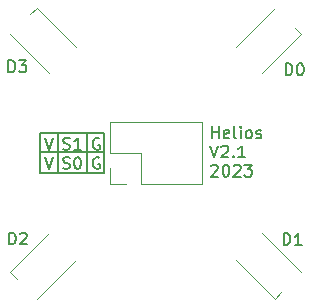
<source format=gbr>
%TF.GenerationSoftware,KiCad,Pcbnew,(7.0.0)*%
%TF.CreationDate,2023-11-14T12:34:17+01:00*%
%TF.ProjectId,Helios_PCB_emitter,48656c69-6f73-45f5-9043-425f656d6974,rev?*%
%TF.SameCoordinates,Original*%
%TF.FileFunction,Legend,Top*%
%TF.FilePolarity,Positive*%
%FSLAX46Y46*%
G04 Gerber Fmt 4.6, Leading zero omitted, Abs format (unit mm)*
G04 Created by KiCad (PCBNEW (7.0.0)) date 2023-11-14 12:34:17*
%MOMM*%
%LPD*%
G01*
G04 APERTURE LIST*
%ADD10C,0.150000*%
%ADD11C,0.120000*%
G04 APERTURE END LIST*
D10*
X155244800Y-98247200D02*
X160629600Y-98247200D01*
X160629600Y-98247200D02*
X160629600Y-101650800D01*
X160629600Y-101650800D02*
X155244800Y-101650800D01*
X155244800Y-101650800D02*
X155244800Y-98247200D01*
X155295600Y-99923600D02*
X160629600Y-99923600D01*
X156718000Y-98247200D02*
X156718000Y-101650800D01*
X159156400Y-98247200D02*
X159156400Y-101650800D01*
X155602286Y-98684180D02*
X155935619Y-99684180D01*
X155935619Y-99684180D02*
X156268952Y-98684180D01*
X157154667Y-99636561D02*
X157297524Y-99684180D01*
X157297524Y-99684180D02*
X157535619Y-99684180D01*
X157535619Y-99684180D02*
X157630857Y-99636561D01*
X157630857Y-99636561D02*
X157678476Y-99588942D01*
X157678476Y-99588942D02*
X157726095Y-99493704D01*
X157726095Y-99493704D02*
X157726095Y-99398466D01*
X157726095Y-99398466D02*
X157678476Y-99303228D01*
X157678476Y-99303228D02*
X157630857Y-99255609D01*
X157630857Y-99255609D02*
X157535619Y-99207990D01*
X157535619Y-99207990D02*
X157345143Y-99160371D01*
X157345143Y-99160371D02*
X157249905Y-99112752D01*
X157249905Y-99112752D02*
X157202286Y-99065133D01*
X157202286Y-99065133D02*
X157154667Y-98969895D01*
X157154667Y-98969895D02*
X157154667Y-98874657D01*
X157154667Y-98874657D02*
X157202286Y-98779419D01*
X157202286Y-98779419D02*
X157249905Y-98731800D01*
X157249905Y-98731800D02*
X157345143Y-98684180D01*
X157345143Y-98684180D02*
X157583238Y-98684180D01*
X157583238Y-98684180D02*
X157726095Y-98731800D01*
X158678476Y-99684180D02*
X158107048Y-99684180D01*
X158392762Y-99684180D02*
X158392762Y-98684180D01*
X158392762Y-98684180D02*
X158297524Y-98827038D01*
X158297524Y-98827038D02*
X158202286Y-98922276D01*
X158202286Y-98922276D02*
X158107048Y-98969895D01*
X160230857Y-98731800D02*
X160135619Y-98684180D01*
X160135619Y-98684180D02*
X159992762Y-98684180D01*
X159992762Y-98684180D02*
X159849905Y-98731800D01*
X159849905Y-98731800D02*
X159754667Y-98827038D01*
X159754667Y-98827038D02*
X159707048Y-98922276D01*
X159707048Y-98922276D02*
X159659429Y-99112752D01*
X159659429Y-99112752D02*
X159659429Y-99255609D01*
X159659429Y-99255609D02*
X159707048Y-99446085D01*
X159707048Y-99446085D02*
X159754667Y-99541323D01*
X159754667Y-99541323D02*
X159849905Y-99636561D01*
X159849905Y-99636561D02*
X159992762Y-99684180D01*
X159992762Y-99684180D02*
X160088000Y-99684180D01*
X160088000Y-99684180D02*
X160230857Y-99636561D01*
X160230857Y-99636561D02*
X160278476Y-99588942D01*
X160278476Y-99588942D02*
X160278476Y-99255609D01*
X160278476Y-99255609D02*
X160088000Y-99255609D01*
X155602286Y-100304180D02*
X155935619Y-101304180D01*
X155935619Y-101304180D02*
X156268952Y-100304180D01*
X157154667Y-101256561D02*
X157297524Y-101304180D01*
X157297524Y-101304180D02*
X157535619Y-101304180D01*
X157535619Y-101304180D02*
X157630857Y-101256561D01*
X157630857Y-101256561D02*
X157678476Y-101208942D01*
X157678476Y-101208942D02*
X157726095Y-101113704D01*
X157726095Y-101113704D02*
X157726095Y-101018466D01*
X157726095Y-101018466D02*
X157678476Y-100923228D01*
X157678476Y-100923228D02*
X157630857Y-100875609D01*
X157630857Y-100875609D02*
X157535619Y-100827990D01*
X157535619Y-100827990D02*
X157345143Y-100780371D01*
X157345143Y-100780371D02*
X157249905Y-100732752D01*
X157249905Y-100732752D02*
X157202286Y-100685133D01*
X157202286Y-100685133D02*
X157154667Y-100589895D01*
X157154667Y-100589895D02*
X157154667Y-100494657D01*
X157154667Y-100494657D02*
X157202286Y-100399419D01*
X157202286Y-100399419D02*
X157249905Y-100351800D01*
X157249905Y-100351800D02*
X157345143Y-100304180D01*
X157345143Y-100304180D02*
X157583238Y-100304180D01*
X157583238Y-100304180D02*
X157726095Y-100351800D01*
X158345143Y-100304180D02*
X158440381Y-100304180D01*
X158440381Y-100304180D02*
X158535619Y-100351800D01*
X158535619Y-100351800D02*
X158583238Y-100399419D01*
X158583238Y-100399419D02*
X158630857Y-100494657D01*
X158630857Y-100494657D02*
X158678476Y-100685133D01*
X158678476Y-100685133D02*
X158678476Y-100923228D01*
X158678476Y-100923228D02*
X158630857Y-101113704D01*
X158630857Y-101113704D02*
X158583238Y-101208942D01*
X158583238Y-101208942D02*
X158535619Y-101256561D01*
X158535619Y-101256561D02*
X158440381Y-101304180D01*
X158440381Y-101304180D02*
X158345143Y-101304180D01*
X158345143Y-101304180D02*
X158249905Y-101256561D01*
X158249905Y-101256561D02*
X158202286Y-101208942D01*
X158202286Y-101208942D02*
X158154667Y-101113704D01*
X158154667Y-101113704D02*
X158107048Y-100923228D01*
X158107048Y-100923228D02*
X158107048Y-100685133D01*
X158107048Y-100685133D02*
X158154667Y-100494657D01*
X158154667Y-100494657D02*
X158202286Y-100399419D01*
X158202286Y-100399419D02*
X158249905Y-100351800D01*
X158249905Y-100351800D02*
X158345143Y-100304180D01*
X160230857Y-100351800D02*
X160135619Y-100304180D01*
X160135619Y-100304180D02*
X159992762Y-100304180D01*
X159992762Y-100304180D02*
X159849905Y-100351800D01*
X159849905Y-100351800D02*
X159754667Y-100447038D01*
X159754667Y-100447038D02*
X159707048Y-100542276D01*
X159707048Y-100542276D02*
X159659429Y-100732752D01*
X159659429Y-100732752D02*
X159659429Y-100875609D01*
X159659429Y-100875609D02*
X159707048Y-101066085D01*
X159707048Y-101066085D02*
X159754667Y-101161323D01*
X159754667Y-101161323D02*
X159849905Y-101256561D01*
X159849905Y-101256561D02*
X159992762Y-101304180D01*
X159992762Y-101304180D02*
X160088000Y-101304180D01*
X160088000Y-101304180D02*
X160230857Y-101256561D01*
X160230857Y-101256561D02*
X160278476Y-101208942D01*
X160278476Y-101208942D02*
X160278476Y-100875609D01*
X160278476Y-100875609D02*
X160088000Y-100875609D01*
X169757695Y-98721780D02*
X169757695Y-97721780D01*
X169757695Y-98197971D02*
X170329123Y-98197971D01*
X170329123Y-98721780D02*
X170329123Y-97721780D01*
X171186266Y-98674161D02*
X171091028Y-98721780D01*
X171091028Y-98721780D02*
X170900552Y-98721780D01*
X170900552Y-98721780D02*
X170805314Y-98674161D01*
X170805314Y-98674161D02*
X170757695Y-98578923D01*
X170757695Y-98578923D02*
X170757695Y-98197971D01*
X170757695Y-98197971D02*
X170805314Y-98102733D01*
X170805314Y-98102733D02*
X170900552Y-98055114D01*
X170900552Y-98055114D02*
X171091028Y-98055114D01*
X171091028Y-98055114D02*
X171186266Y-98102733D01*
X171186266Y-98102733D02*
X171233885Y-98197971D01*
X171233885Y-98197971D02*
X171233885Y-98293209D01*
X171233885Y-98293209D02*
X170757695Y-98388447D01*
X171805314Y-98721780D02*
X171710076Y-98674161D01*
X171710076Y-98674161D02*
X171662457Y-98578923D01*
X171662457Y-98578923D02*
X171662457Y-97721780D01*
X172186267Y-98721780D02*
X172186267Y-98055114D01*
X172186267Y-97721780D02*
X172138648Y-97769400D01*
X172138648Y-97769400D02*
X172186267Y-97817019D01*
X172186267Y-97817019D02*
X172233886Y-97769400D01*
X172233886Y-97769400D02*
X172186267Y-97721780D01*
X172186267Y-97721780D02*
X172186267Y-97817019D01*
X172805314Y-98721780D02*
X172710076Y-98674161D01*
X172710076Y-98674161D02*
X172662457Y-98626542D01*
X172662457Y-98626542D02*
X172614838Y-98531304D01*
X172614838Y-98531304D02*
X172614838Y-98245590D01*
X172614838Y-98245590D02*
X172662457Y-98150352D01*
X172662457Y-98150352D02*
X172710076Y-98102733D01*
X172710076Y-98102733D02*
X172805314Y-98055114D01*
X172805314Y-98055114D02*
X172948171Y-98055114D01*
X172948171Y-98055114D02*
X173043409Y-98102733D01*
X173043409Y-98102733D02*
X173091028Y-98150352D01*
X173091028Y-98150352D02*
X173138647Y-98245590D01*
X173138647Y-98245590D02*
X173138647Y-98531304D01*
X173138647Y-98531304D02*
X173091028Y-98626542D01*
X173091028Y-98626542D02*
X173043409Y-98674161D01*
X173043409Y-98674161D02*
X172948171Y-98721780D01*
X172948171Y-98721780D02*
X172805314Y-98721780D01*
X173519600Y-98674161D02*
X173614838Y-98721780D01*
X173614838Y-98721780D02*
X173805314Y-98721780D01*
X173805314Y-98721780D02*
X173900552Y-98674161D01*
X173900552Y-98674161D02*
X173948171Y-98578923D01*
X173948171Y-98578923D02*
X173948171Y-98531304D01*
X173948171Y-98531304D02*
X173900552Y-98436066D01*
X173900552Y-98436066D02*
X173805314Y-98388447D01*
X173805314Y-98388447D02*
X173662457Y-98388447D01*
X173662457Y-98388447D02*
X173567219Y-98340828D01*
X173567219Y-98340828D02*
X173519600Y-98245590D01*
X173519600Y-98245590D02*
X173519600Y-98197971D01*
X173519600Y-98197971D02*
X173567219Y-98102733D01*
X173567219Y-98102733D02*
X173662457Y-98055114D01*
X173662457Y-98055114D02*
X173805314Y-98055114D01*
X173805314Y-98055114D02*
X173900552Y-98102733D01*
X169614838Y-99341780D02*
X169948171Y-100341780D01*
X169948171Y-100341780D02*
X170281504Y-99341780D01*
X170567219Y-99437019D02*
X170614838Y-99389400D01*
X170614838Y-99389400D02*
X170710076Y-99341780D01*
X170710076Y-99341780D02*
X170948171Y-99341780D01*
X170948171Y-99341780D02*
X171043409Y-99389400D01*
X171043409Y-99389400D02*
X171091028Y-99437019D01*
X171091028Y-99437019D02*
X171138647Y-99532257D01*
X171138647Y-99532257D02*
X171138647Y-99627495D01*
X171138647Y-99627495D02*
X171091028Y-99770352D01*
X171091028Y-99770352D02*
X170519600Y-100341780D01*
X170519600Y-100341780D02*
X171138647Y-100341780D01*
X171567219Y-100246542D02*
X171614838Y-100294161D01*
X171614838Y-100294161D02*
X171567219Y-100341780D01*
X171567219Y-100341780D02*
X171519600Y-100294161D01*
X171519600Y-100294161D02*
X171567219Y-100246542D01*
X171567219Y-100246542D02*
X171567219Y-100341780D01*
X172567218Y-100341780D02*
X171995790Y-100341780D01*
X172281504Y-100341780D02*
X172281504Y-99341780D01*
X172281504Y-99341780D02*
X172186266Y-99484638D01*
X172186266Y-99484638D02*
X172091028Y-99579876D01*
X172091028Y-99579876D02*
X171995790Y-99627495D01*
X169710076Y-101057019D02*
X169757695Y-101009400D01*
X169757695Y-101009400D02*
X169852933Y-100961780D01*
X169852933Y-100961780D02*
X170091028Y-100961780D01*
X170091028Y-100961780D02*
X170186266Y-101009400D01*
X170186266Y-101009400D02*
X170233885Y-101057019D01*
X170233885Y-101057019D02*
X170281504Y-101152257D01*
X170281504Y-101152257D02*
X170281504Y-101247495D01*
X170281504Y-101247495D02*
X170233885Y-101390352D01*
X170233885Y-101390352D02*
X169662457Y-101961780D01*
X169662457Y-101961780D02*
X170281504Y-101961780D01*
X170900552Y-100961780D02*
X170995790Y-100961780D01*
X170995790Y-100961780D02*
X171091028Y-101009400D01*
X171091028Y-101009400D02*
X171138647Y-101057019D01*
X171138647Y-101057019D02*
X171186266Y-101152257D01*
X171186266Y-101152257D02*
X171233885Y-101342733D01*
X171233885Y-101342733D02*
X171233885Y-101580828D01*
X171233885Y-101580828D02*
X171186266Y-101771304D01*
X171186266Y-101771304D02*
X171138647Y-101866542D01*
X171138647Y-101866542D02*
X171091028Y-101914161D01*
X171091028Y-101914161D02*
X170995790Y-101961780D01*
X170995790Y-101961780D02*
X170900552Y-101961780D01*
X170900552Y-101961780D02*
X170805314Y-101914161D01*
X170805314Y-101914161D02*
X170757695Y-101866542D01*
X170757695Y-101866542D02*
X170710076Y-101771304D01*
X170710076Y-101771304D02*
X170662457Y-101580828D01*
X170662457Y-101580828D02*
X170662457Y-101342733D01*
X170662457Y-101342733D02*
X170710076Y-101152257D01*
X170710076Y-101152257D02*
X170757695Y-101057019D01*
X170757695Y-101057019D02*
X170805314Y-101009400D01*
X170805314Y-101009400D02*
X170900552Y-100961780D01*
X171614838Y-101057019D02*
X171662457Y-101009400D01*
X171662457Y-101009400D02*
X171757695Y-100961780D01*
X171757695Y-100961780D02*
X171995790Y-100961780D01*
X171995790Y-100961780D02*
X172091028Y-101009400D01*
X172091028Y-101009400D02*
X172138647Y-101057019D01*
X172138647Y-101057019D02*
X172186266Y-101152257D01*
X172186266Y-101152257D02*
X172186266Y-101247495D01*
X172186266Y-101247495D02*
X172138647Y-101390352D01*
X172138647Y-101390352D02*
X171567219Y-101961780D01*
X171567219Y-101961780D02*
X172186266Y-101961780D01*
X172519600Y-100961780D02*
X173138647Y-100961780D01*
X173138647Y-100961780D02*
X172805314Y-101342733D01*
X172805314Y-101342733D02*
X172948171Y-101342733D01*
X172948171Y-101342733D02*
X173043409Y-101390352D01*
X173043409Y-101390352D02*
X173091028Y-101437971D01*
X173091028Y-101437971D02*
X173138647Y-101533209D01*
X173138647Y-101533209D02*
X173138647Y-101771304D01*
X173138647Y-101771304D02*
X173091028Y-101866542D01*
X173091028Y-101866542D02*
X173043409Y-101914161D01*
X173043409Y-101914161D02*
X172948171Y-101961780D01*
X172948171Y-101961780D02*
X172662457Y-101961780D01*
X172662457Y-101961780D02*
X172567219Y-101914161D01*
X172567219Y-101914161D02*
X172519600Y-101866542D01*
%TO.C,D1*%
X175842705Y-107758580D02*
X175842705Y-106758580D01*
X175842705Y-106758580D02*
X176080800Y-106758580D01*
X176080800Y-106758580D02*
X176223657Y-106806200D01*
X176223657Y-106806200D02*
X176318895Y-106901438D01*
X176318895Y-106901438D02*
X176366514Y-106996676D01*
X176366514Y-106996676D02*
X176414133Y-107187152D01*
X176414133Y-107187152D02*
X176414133Y-107330009D01*
X176414133Y-107330009D02*
X176366514Y-107520485D01*
X176366514Y-107520485D02*
X176318895Y-107615723D01*
X176318895Y-107615723D02*
X176223657Y-107710961D01*
X176223657Y-107710961D02*
X176080800Y-107758580D01*
X176080800Y-107758580D02*
X175842705Y-107758580D01*
X177366514Y-107758580D02*
X176795086Y-107758580D01*
X177080800Y-107758580D02*
X177080800Y-106758580D01*
X177080800Y-106758580D02*
X176985562Y-106901438D01*
X176985562Y-106901438D02*
X176890324Y-106996676D01*
X176890324Y-106996676D02*
X176795086Y-107044295D01*
%TO.C,D0*%
X175995105Y-93382180D02*
X175995105Y-92382180D01*
X175995105Y-92382180D02*
X176233200Y-92382180D01*
X176233200Y-92382180D02*
X176376057Y-92429800D01*
X176376057Y-92429800D02*
X176471295Y-92525038D01*
X176471295Y-92525038D02*
X176518914Y-92620276D01*
X176518914Y-92620276D02*
X176566533Y-92810752D01*
X176566533Y-92810752D02*
X176566533Y-92953609D01*
X176566533Y-92953609D02*
X176518914Y-93144085D01*
X176518914Y-93144085D02*
X176471295Y-93239323D01*
X176471295Y-93239323D02*
X176376057Y-93334561D01*
X176376057Y-93334561D02*
X176233200Y-93382180D01*
X176233200Y-93382180D02*
X175995105Y-93382180D01*
X177185581Y-92382180D02*
X177280819Y-92382180D01*
X177280819Y-92382180D02*
X177376057Y-92429800D01*
X177376057Y-92429800D02*
X177423676Y-92477419D01*
X177423676Y-92477419D02*
X177471295Y-92572657D01*
X177471295Y-92572657D02*
X177518914Y-92763133D01*
X177518914Y-92763133D02*
X177518914Y-93001228D01*
X177518914Y-93001228D02*
X177471295Y-93191704D01*
X177471295Y-93191704D02*
X177423676Y-93286942D01*
X177423676Y-93286942D02*
X177376057Y-93334561D01*
X177376057Y-93334561D02*
X177280819Y-93382180D01*
X177280819Y-93382180D02*
X177185581Y-93382180D01*
X177185581Y-93382180D02*
X177090343Y-93334561D01*
X177090343Y-93334561D02*
X177042724Y-93286942D01*
X177042724Y-93286942D02*
X176995105Y-93191704D01*
X176995105Y-93191704D02*
X176947486Y-93001228D01*
X176947486Y-93001228D02*
X176947486Y-92763133D01*
X176947486Y-92763133D02*
X176995105Y-92572657D01*
X176995105Y-92572657D02*
X177042724Y-92477419D01*
X177042724Y-92477419D02*
X177090343Y-92429800D01*
X177090343Y-92429800D02*
X177185581Y-92382180D01*
%TO.C,D3*%
X152525504Y-93128180D02*
X152525504Y-92128180D01*
X152525504Y-92128180D02*
X152763599Y-92128180D01*
X152763599Y-92128180D02*
X152906456Y-92175800D01*
X152906456Y-92175800D02*
X153001694Y-92271038D01*
X153001694Y-92271038D02*
X153049313Y-92366276D01*
X153049313Y-92366276D02*
X153096932Y-92556752D01*
X153096932Y-92556752D02*
X153096932Y-92699609D01*
X153096932Y-92699609D02*
X153049313Y-92890085D01*
X153049313Y-92890085D02*
X153001694Y-92985323D01*
X153001694Y-92985323D02*
X152906456Y-93080561D01*
X152906456Y-93080561D02*
X152763599Y-93128180D01*
X152763599Y-93128180D02*
X152525504Y-93128180D01*
X153430266Y-92128180D02*
X154049313Y-92128180D01*
X154049313Y-92128180D02*
X153715980Y-92509133D01*
X153715980Y-92509133D02*
X153858837Y-92509133D01*
X153858837Y-92509133D02*
X153954075Y-92556752D01*
X153954075Y-92556752D02*
X154001694Y-92604371D01*
X154001694Y-92604371D02*
X154049313Y-92699609D01*
X154049313Y-92699609D02*
X154049313Y-92937704D01*
X154049313Y-92937704D02*
X154001694Y-93032942D01*
X154001694Y-93032942D02*
X153954075Y-93080561D01*
X153954075Y-93080561D02*
X153858837Y-93128180D01*
X153858837Y-93128180D02*
X153573123Y-93128180D01*
X153573123Y-93128180D02*
X153477885Y-93080561D01*
X153477885Y-93080561D02*
X153430266Y-93032942D01*
%TO.C,D2*%
X152576305Y-107707780D02*
X152576305Y-106707780D01*
X152576305Y-106707780D02*
X152814400Y-106707780D01*
X152814400Y-106707780D02*
X152957257Y-106755400D01*
X152957257Y-106755400D02*
X153052495Y-106850638D01*
X153052495Y-106850638D02*
X153100114Y-106945876D01*
X153100114Y-106945876D02*
X153147733Y-107136352D01*
X153147733Y-107136352D02*
X153147733Y-107279209D01*
X153147733Y-107279209D02*
X153100114Y-107469685D01*
X153100114Y-107469685D02*
X153052495Y-107564923D01*
X153052495Y-107564923D02*
X152957257Y-107660161D01*
X152957257Y-107660161D02*
X152814400Y-107707780D01*
X152814400Y-107707780D02*
X152576305Y-107707780D01*
X153528686Y-106803019D02*
X153576305Y-106755400D01*
X153576305Y-106755400D02*
X153671543Y-106707780D01*
X153671543Y-106707780D02*
X153909638Y-106707780D01*
X153909638Y-106707780D02*
X154004876Y-106755400D01*
X154004876Y-106755400D02*
X154052495Y-106803019D01*
X154052495Y-106803019D02*
X154100114Y-106898257D01*
X154100114Y-106898257D02*
X154100114Y-106993495D01*
X154100114Y-106993495D02*
X154052495Y-107136352D01*
X154052495Y-107136352D02*
X153481067Y-107707780D01*
X153481067Y-107707780D02*
X154100114Y-107707780D01*
D11*
%TO.C,D1*%
X175065685Y-112328427D02*
X175631371Y-111762742D01*
X171777639Y-109040381D02*
X175065685Y-112328427D01*
X174040381Y-106777639D02*
X177328427Y-110065685D01*
%TO.C,D0*%
X177328427Y-89934315D02*
X176762742Y-89368629D01*
X174040381Y-93222361D02*
X177328427Y-89934315D01*
X171777639Y-90959619D02*
X175065685Y-87671573D01*
%TO.C,D3*%
X154934315Y-87671573D02*
X154368629Y-88237258D01*
X158222361Y-90959619D02*
X154934315Y-87671573D01*
X155959619Y-93222361D02*
X152671573Y-89934315D01*
%TO.C,J1*%
X161145000Y-102579400D02*
X161145000Y-101249400D01*
X162475000Y-102579400D02*
X161145000Y-102579400D01*
X163745000Y-102579400D02*
X168885000Y-102579400D01*
X163745000Y-102579400D02*
X163745000Y-99979400D01*
X168885000Y-102579400D02*
X168885000Y-97379400D01*
X161145000Y-99979400D02*
X161145000Y-97379400D01*
X163745000Y-99979400D02*
X161145000Y-99979400D01*
X161145000Y-97379400D02*
X168885000Y-97379400D01*
%TO.C,D2*%
X152671573Y-110065685D02*
X153237258Y-110631371D01*
X155959619Y-106777639D02*
X152671573Y-110065685D01*
X158222361Y-109040381D02*
X154934315Y-112328427D01*
%TD*%
M02*

</source>
